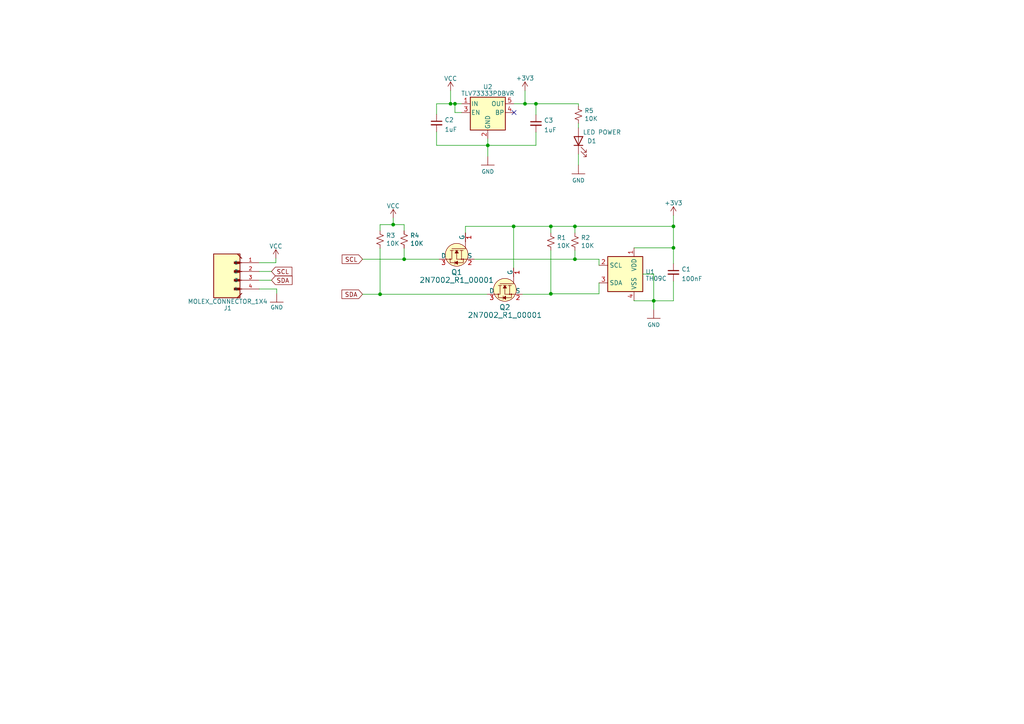
<source format=kicad_sch>
(kicad_sch (version 20230121) (generator eeschema)

  (uuid 748cece8-3cf8-451a-b132-29c300f2e767)

  (paper "A4")

  (title_block
    (title "TH09C")
    (company "BOARDOZA YUNUS BEKAR")
  )

  (lib_symbols
    (symbol "Device:C_Small" (pin_numbers hide) (pin_names (offset 0.254) hide) (in_bom yes) (on_board yes)
      (property "Reference" "C" (at 0.254 1.778 0)
        (effects (font (size 1.27 1.27)) (justify left))
      )
      (property "Value" "C_Small" (at 0.254 -2.032 0)
        (effects (font (size 1.27 1.27)) (justify left))
      )
      (property "Footprint" "" (at 0 0 0)
        (effects (font (size 1.27 1.27)) hide)
      )
      (property "Datasheet" "~" (at 0 0 0)
        (effects (font (size 1.27 1.27)) hide)
      )
      (property "ki_keywords" "capacitor cap" (at 0 0 0)
        (effects (font (size 1.27 1.27)) hide)
      )
      (property "ki_description" "Unpolarized capacitor, small symbol" (at 0 0 0)
        (effects (font (size 1.27 1.27)) hide)
      )
      (property "ki_fp_filters" "C_*" (at 0 0 0)
        (effects (font (size 1.27 1.27)) hide)
      )
      (symbol "C_Small_0_1"
        (polyline
          (pts
            (xy -1.524 -0.508)
            (xy 1.524 -0.508)
          )
          (stroke (width 0.3302) (type default))
          (fill (type none))
        )
        (polyline
          (pts
            (xy -1.524 0.508)
            (xy 1.524 0.508)
          )
          (stroke (width 0.3048) (type default))
          (fill (type none))
        )
      )
      (symbol "C_Small_1_1"
        (pin passive line (at 0 2.54 270) (length 2.032)
          (name "~" (effects (font (size 1.27 1.27))))
          (number "1" (effects (font (size 1.27 1.27))))
        )
        (pin passive line (at 0 -2.54 90) (length 2.032)
          (name "~" (effects (font (size 1.27 1.27))))
          (number "2" (effects (font (size 1.27 1.27))))
        )
      )
    )
    (symbol "Device:LED" (pin_numbers hide) (pin_names (offset 1.016) hide) (in_bom yes) (on_board yes)
      (property "Reference" "D" (at 0 2.54 0)
        (effects (font (size 1.27 1.27)))
      )
      (property "Value" "LED" (at 0 -2.54 0)
        (effects (font (size 1.27 1.27)))
      )
      (property "Footprint" "" (at 0 0 0)
        (effects (font (size 1.27 1.27)) hide)
      )
      (property "Datasheet" "~" (at 0 0 0)
        (effects (font (size 1.27 1.27)) hide)
      )
      (property "ki_keywords" "LED diode" (at 0 0 0)
        (effects (font (size 1.27 1.27)) hide)
      )
      (property "ki_description" "Light emitting diode" (at 0 0 0)
        (effects (font (size 1.27 1.27)) hide)
      )
      (property "ki_fp_filters" "LED* LED_SMD:* LED_THT:*" (at 0 0 0)
        (effects (font (size 1.27 1.27)) hide)
      )
      (symbol "LED_0_1"
        (polyline
          (pts
            (xy -1.27 -1.27)
            (xy -1.27 1.27)
          )
          (stroke (width 0.254) (type default))
          (fill (type none))
        )
        (polyline
          (pts
            (xy -1.27 0)
            (xy 1.27 0)
          )
          (stroke (width 0) (type default))
          (fill (type none))
        )
        (polyline
          (pts
            (xy 1.27 -1.27)
            (xy 1.27 1.27)
            (xy -1.27 0)
            (xy 1.27 -1.27)
          )
          (stroke (width 0.254) (type default))
          (fill (type none))
        )
        (polyline
          (pts
            (xy -3.048 -0.762)
            (xy -4.572 -2.286)
            (xy -3.81 -2.286)
            (xy -4.572 -2.286)
            (xy -4.572 -1.524)
          )
          (stroke (width 0) (type default))
          (fill (type none))
        )
        (polyline
          (pts
            (xy -1.778 -0.762)
            (xy -3.302 -2.286)
            (xy -2.54 -2.286)
            (xy -3.302 -2.286)
            (xy -3.302 -1.524)
          )
          (stroke (width 0) (type default))
          (fill (type none))
        )
      )
      (symbol "LED_1_1"
        (pin passive line (at -3.81 0 0) (length 2.54)
          (name "K" (effects (font (size 1.27 1.27))))
          (number "1" (effects (font (size 1.27 1.27))))
        )
        (pin passive line (at 3.81 0 180) (length 2.54)
          (name "A" (effects (font (size 1.27 1.27))))
          (number "2" (effects (font (size 1.27 1.27))))
        )
      )
    )
    (symbol "Device:R_Small_US" (pin_numbers hide) (pin_names (offset 0.254) hide) (in_bom yes) (on_board yes)
      (property "Reference" "R" (at 0.762 0.508 0)
        (effects (font (size 1.27 1.27)) (justify left))
      )
      (property "Value" "R_Small_US" (at 0.762 -1.016 0)
        (effects (font (size 1.27 1.27)) (justify left))
      )
      (property "Footprint" "" (at 0 0 0)
        (effects (font (size 1.27 1.27)) hide)
      )
      (property "Datasheet" "~" (at 0 0 0)
        (effects (font (size 1.27 1.27)) hide)
      )
      (property "ki_keywords" "r resistor" (at 0 0 0)
        (effects (font (size 1.27 1.27)) hide)
      )
      (property "ki_description" "Resistor, small US symbol" (at 0 0 0)
        (effects (font (size 1.27 1.27)) hide)
      )
      (property "ki_fp_filters" "R_*" (at 0 0 0)
        (effects (font (size 1.27 1.27)) hide)
      )
      (symbol "R_Small_US_1_1"
        (polyline
          (pts
            (xy 0 0)
            (xy 1.016 -0.381)
            (xy 0 -0.762)
            (xy -1.016 -1.143)
            (xy 0 -1.524)
          )
          (stroke (width 0) (type default))
          (fill (type none))
        )
        (polyline
          (pts
            (xy 0 1.524)
            (xy 1.016 1.143)
            (xy 0 0.762)
            (xy -1.016 0.381)
            (xy 0 0)
          )
          (stroke (width 0) (type default))
          (fill (type none))
        )
        (pin passive line (at 0 2.54 270) (length 1.016)
          (name "~" (effects (font (size 1.27 1.27))))
          (number "1" (effects (font (size 1.27 1.27))))
        )
        (pin passive line (at 0 -2.54 90) (length 1.016)
          (name "~" (effects (font (size 1.27 1.27))))
          (number "2" (effects (font (size 1.27 1.27))))
        )
      )
    )
    (symbol "MOLEX_22035045:22035045" (pin_names (offset 1.016)) (in_bom yes) (on_board yes)
      (property "Reference" "J" (at 0 6.35 0)
        (effects (font (size 1.27 1.27)) (justify left bottom))
      )
      (property "Value" "22035045" (at 0 -10.16 0)
        (effects (font (size 1.27 1.27)) (justify left bottom))
      )
      (property "Footprint" "22035045:MOLEX_22035045" (at 0 0 0)
        (effects (font (size 1.27 1.27)) (justify bottom) hide)
      )
      (property "Datasheet" "" (at 0 0 0)
        (effects (font (size 1.27 1.27)) hide)
      )
      (property "MF" "Molex" (at 0 0 0)
        (effects (font (size 1.27 1.27)) (justify bottom) hide)
      )
      (property "MAXIMUM_PACKAGE_HEIGHT" "5.9 mm" (at 0 0 0)
        (effects (font (size 1.27 1.27)) (justify bottom) hide)
      )
      (property "Package" "None" (at 0 0 0)
        (effects (font (size 1.27 1.27)) (justify bottom) hide)
      )
      (property "Price" "None" (at 0 0 0)
        (effects (font (size 1.27 1.27)) (justify bottom) hide)
      )
      (property "Check_prices" "https://www.snapeda.com/parts/22035045/Molex/view-part/?ref=eda" (at 0 0 0)
        (effects (font (size 1.27 1.27)) (justify bottom) hide)
      )
      (property "STANDARD" "Manufacturer Recommendations" (at 0 0 0)
        (effects (font (size 1.27 1.27)) (justify bottom) hide)
      )
      (property "PARTREV" "A" (at 0 0 0)
        (effects (font (size 1.27 1.27)) (justify bottom) hide)
      )
      (property "SnapEDA_Link" "https://www.snapeda.com/parts/22035045/Molex/view-part/?ref=snap" (at 0 0 0)
        (effects (font (size 1.27 1.27)) (justify bottom) hide)
      )
      (property "MP" "22035045" (at 0 0 0)
        (effects (font (size 1.27 1.27)) (justify bottom) hide)
      )
      (property "Description" "\nConnector Header Through Hole 4 position 0.098 (2.50mm)\n" (at 0 0 0)
        (effects (font (size 1.27 1.27)) (justify bottom) hide)
      )
      (property "Availability" "In Stock" (at 0 0 0)
        (effects (font (size 1.27 1.27)) (justify bottom) hide)
      )
      (property "MANUFACTURER" "Molex" (at 0 0 0)
        (effects (font (size 1.27 1.27)) (justify bottom) hide)
      )
      (symbol "22035045_0_0"
        (polyline
          (pts
            (xy 0 -6.35)
            (xy 1.27 -7.62)
          )
          (stroke (width 0.254) (type default))
          (fill (type none))
        )
        (polyline
          (pts
            (xy 0 -5.08)
            (xy 1.905 -5.08)
          )
          (stroke (width 0.254) (type default))
          (fill (type none))
        )
        (polyline
          (pts
            (xy 0 -2.54)
            (xy 1.905 -2.54)
          )
          (stroke (width 0.254) (type default))
          (fill (type none))
        )
        (polyline
          (pts
            (xy 0 0)
            (xy 1.905 0)
          )
          (stroke (width 0.254) (type default))
          (fill (type none))
        )
        (polyline
          (pts
            (xy 0 2.54)
            (xy 1.905 2.54)
          )
          (stroke (width 0.254) (type default))
          (fill (type none))
        )
        (polyline
          (pts
            (xy 1.27 5.08)
            (xy 0 3.81)
          )
          (stroke (width 0.254) (type default))
          (fill (type none))
        )
        (rectangle (start 0.4989 -7.62) (end 8.1189 5.08)
          (stroke (width 0.254) (type default))
          (fill (type background))
        )
        (rectangle (start 0.635 -5.3975) (end 2.2225 -4.7625)
          (stroke (width 0.1) (type default))
          (fill (type outline))
        )
        (rectangle (start 0.635 -2.8575) (end 2.2225 -2.2225)
          (stroke (width 0.1) (type default))
          (fill (type outline))
        )
        (rectangle (start 0.635 -0.3175) (end 2.2225 0.3175)
          (stroke (width 0.1) (type default))
          (fill (type outline))
        )
        (rectangle (start 0.635 2.2225) (end 2.2225 2.8575)
          (stroke (width 0.1) (type default))
          (fill (type outline))
        )
        (pin passive line (at -5.08 2.54 0) (length 5.08)
          (name "1" (effects (font (size 1.016 1.016))))
          (number "1" (effects (font (size 1.016 1.016))))
        )
        (pin passive line (at -5.08 0 0) (length 5.08)
          (name "2" (effects (font (size 1.016 1.016))))
          (number "2" (effects (font (size 1.016 1.016))))
        )
        (pin passive line (at -5.08 -2.54 0) (length 5.08)
          (name "3" (effects (font (size 1.016 1.016))))
          (number "3" (effects (font (size 1.016 1.016))))
        )
        (pin passive line (at -5.08 -5.08 0) (length 5.08)
          (name "4" (effects (font (size 1.016 1.016))))
          (number "4" (effects (font (size 1.016 1.016))))
        )
      )
    )
    (symbol "Regulator_Linear:AP131-33" (pin_names (offset 0.254)) (in_bom yes) (on_board yes)
      (property "Reference" "U" (at -3.81 5.715 0)
        (effects (font (size 1.27 1.27)))
      )
      (property "Value" "AP131-33" (at 0 5.715 0)
        (effects (font (size 1.27 1.27)) (justify left))
      )
      (property "Footprint" "Package_TO_SOT_SMD:SOT-23-5" (at 0 8.255 0)
        (effects (font (size 1.27 1.27)) hide)
      )
      (property "Datasheet" "http://www.diodes.com/_files/datasheets/AP131.pdf" (at 0 0 0)
        (effects (font (size 1.27 1.27)) hide)
      )
      (property "ki_keywords" "linear regulator ldo fixed positive" (at 0 0 0)
        (effects (font (size 1.27 1.27)) hide)
      )
      (property "ki_description" "300mA low dropout linear regulator, shutdown pin, 3.3V fixed positive output, SOT-23-5" (at 0 0 0)
        (effects (font (size 1.27 1.27)) hide)
      )
      (property "ki_fp_filters" "SOT?23*" (at 0 0 0)
        (effects (font (size 1.27 1.27)) hide)
      )
      (symbol "AP131-33_0_1"
        (rectangle (start -5.08 4.445) (end 5.08 -5.08)
          (stroke (width 0.254) (type default))
          (fill (type background))
        )
      )
      (symbol "AP131-33_1_1"
        (pin power_in line (at -7.62 2.54 0) (length 2.54)
          (name "IN" (effects (font (size 1.27 1.27))))
          (number "1" (effects (font (size 1.27 1.27))))
        )
        (pin power_in line (at 0 -7.62 90) (length 2.54)
          (name "GND" (effects (font (size 1.27 1.27))))
          (number "2" (effects (font (size 1.27 1.27))))
        )
        (pin input line (at -7.62 0 0) (length 2.54)
          (name "EN" (effects (font (size 1.27 1.27))))
          (number "3" (effects (font (size 1.27 1.27))))
        )
        (pin input line (at 7.62 0 180) (length 2.54)
          (name "BP" (effects (font (size 1.27 1.27))))
          (number "4" (effects (font (size 1.27 1.27))))
        )
        (pin power_out line (at 7.62 2.54 180) (length 2.54)
          (name "OUT" (effects (font (size 1.27 1.27))))
          (number "5" (effects (font (size 1.27 1.27))))
        )
      )
    )
    (symbol "SparkFun-PowerSymbols:GND" (power) (pin_numbers hide) (pin_names (offset 1.016) hide) (in_bom yes) (on_board yes)
      (property "Reference" "#GND" (at 1.27 -1.27 0)
        (effects (font (size 1.143 1.143)) (justify left bottom) hide)
      )
      (property "Value" "GND" (at -1.778 -5.08 0)
        (effects (font (size 1.143 1.143)) (justify left bottom))
      )
      (property "Footprint" "" (at 0 -2.54 0)
        (effects (font (size 1.524 1.524)) hide)
      )
      (property "Datasheet" "" (at 0 -2.54 0)
        (effects (font (size 1.524 1.524)) hide)
      )
      (property "ki_locked" "" (at 0 0 0)
        (effects (font (size 1.27 1.27)))
      )
      (property "ki_keywords" "PROD_ID:XXX-00000" (at 0 0 0)
        (effects (font (size 1.27 1.27)) hide)
      )
      (property "ki_description" "Ground Supply Symbol Generic signal ground supply symbol." (at 0 0 0)
        (effects (font (size 1.27 1.27)) hide)
      )
      (symbol "GND_1_0"
        (polyline
          (pts
            (xy -1.905 -2.54)
            (xy 1.905 -2.54)
          )
          (stroke (width 0) (type default))
          (fill (type none))
        )
        (polyline
          (pts
            (xy 0 0)
            (xy 0 -2.54)
          )
          (stroke (width 0) (type default))
          (fill (type none))
        )
      )
      (symbol "GND_1_1"
        (pin power_in line (at 0 0 270) (length 0) hide
          (name "GND" (effects (font (size 1.016 1.016))))
          (number "~" (effects (font (size 1.016 1.016))))
        )
      )
    )
    (symbol "TH09C:TH09C" (in_bom yes) (on_board yes)
      (property "Reference" "U1" (at 5.842 0.6437 0)
        (effects (font (size 1.27 1.27)) (justify left))
      )
      (property "Value" "TH09C" (at 5.842 -1.2773 0)
        (effects (font (size 1.27 1.27)) (justify left))
      )
      (property "Footprint" "TH09C:TH09C" (at 5.08 -8.89 0)
        (effects (font (size 1.27 1.27)) hide)
      )
      (property "Datasheet" "https://www.sensirion.com/fileadmin/user_upload/customers/sensirion/Dokumente/0_Datasheets/Humidity/Sensirion_Humidity_Sensors_SHTC3_Datasheet.pdf" (at -7.62 11.43 0)
        (effects (font (size 1.27 1.27)) hide)
      )
      (property "ki_keywords" "Sensirion environment environmental measurement digital" (at 0 0 0)
        (effects (font (size 1.27 1.27)) hide)
      )
      (property "ki_description" "Humidity and Temperature Sensor, +/-2%RH, +/-0.2degC, I2C, 1.62-3.6V, DFN-4" (at 0 0 0)
        (effects (font (size 1.27 1.27)) hide)
      )
      (property "ki_fp_filters" "Sensirion*DFN*1EP*2x2mm*P1mm*EP0.7x1.6mm*" (at 0 0 0)
        (effects (font (size 1.27 1.27)) hide)
      )
      (symbol "TH09C_1_1"
        (rectangle (start -5.08 5.08) (end 5.08 -5.08)
          (stroke (width 0.254) (type default))
          (fill (type background))
        )
        (pin power_in line (at 2.54 7.62 270) (length 2.54)
          (name "VDD" (effects (font (size 1.27 1.27))))
          (number "1" (effects (font (size 1.27 1.27))))
        )
        (pin input line (at -7.62 2.54 0) (length 2.54)
          (name "SCL" (effects (font (size 1.27 1.27))))
          (number "2" (effects (font (size 1.27 1.27))))
        )
        (pin bidirectional line (at -7.62 -2.54 0) (length 2.54)
          (name "SDA" (effects (font (size 1.27 1.27))))
          (number "3" (effects (font (size 1.27 1.27))))
        )
        (pin power_in line (at 2.54 -7.62 90) (length 2.54)
          (name "VSS" (effects (font (size 1.27 1.27))))
          (number "4" (effects (font (size 1.27 1.27))))
        )
        (pin power_in line (at 5.08 0 180) (length 2.54) hide
          (name "NC" (effects (font (size 1.27 1.27))))
          (number "5" (effects (font (size 1.27 1.27))))
        )
      )
    )
    (symbol "dk_Transistors-FETs-MOSFETs-Single:2N7002-7-F" (pin_names (offset 0)) (in_bom yes) (on_board yes)
      (property "Reference" "Q" (at -2.6924 3.6322 0)
        (effects (font (size 1.524 1.524)) (justify right))
      )
      (property "Value" "2N7002-7-F" (at 3.4544 0 90)
        (effects (font (size 1.524 1.524)))
      )
      (property "Footprint" "digikey-footprints:SOT-23-3" (at 5.08 5.08 0)
        (effects (font (size 1.524 1.524)) (justify left) hide)
      )
      (property "Datasheet" "https://www.diodes.com/assets/Datasheets/ds11303.pdf" (at 5.08 7.62 0)
        (effects (font (size 1.524 1.524)) (justify left) hide)
      )
      (property "Digi-Key_PN" "2N7002-FDICT-ND" (at 5.08 10.16 0)
        (effects (font (size 1.524 1.524)) (justify left) hide)
      )
      (property "MPN" "2N7002-7-F" (at 5.08 12.7 0)
        (effects (font (size 1.524 1.524)) (justify left) hide)
      )
      (property "Category" "Discrete Semiconductor Products" (at 5.08 15.24 0)
        (effects (font (size 1.524 1.524)) (justify left) hide)
      )
      (property "Family" "Transistors - FETs, MOSFETs - Single" (at 5.08 17.78 0)
        (effects (font (size 1.524 1.524)) (justify left) hide)
      )
      (property "DK_Datasheet_Link" "https://www.diodes.com/assets/Datasheets/ds11303.pdf" (at 5.08 20.32 0)
        (effects (font (size 1.524 1.524)) (justify left) hide)
      )
      (property "DK_Detail_Page" "/product-detail/en/diodes-incorporated/2N7002-7-F/2N7002-FDICT-ND/717800" (at 5.08 22.86 0)
        (effects (font (size 1.524 1.524)) (justify left) hide)
      )
      (property "Description" "MOSFET N-CH 60V 115MA SOT23-3" (at 5.08 25.4 0)
        (effects (font (size 1.524 1.524)) (justify left) hide)
      )
      (property "Manufacturer" "Diodes Incorporated" (at 5.08 27.94 0)
        (effects (font (size 1.524 1.524)) (justify left) hide)
      )
      (property "Status" "Active" (at 5.08 30.48 0)
        (effects (font (size 1.524 1.524)) (justify left) hide)
      )
      (property "ki_keywords" "2N7002-FDICT-ND" (at 0 0 0)
        (effects (font (size 1.27 1.27)) hide)
      )
      (property "ki_description" "MOSFET N-CH 60V 115MA SOT23-3" (at 0 0 0)
        (effects (font (size 1.27 1.27)) hide)
      )
      (symbol "2N7002-7-F_0_1"
        (circle (center -1.27 0) (radius 3.302)
          (stroke (width 0) (type solid))
          (fill (type background))
        )
        (circle (center 0 -1.905) (radius 0.127)
          (stroke (width 0) (type solid))
          (fill (type none))
        )
        (circle (center 0 -1.397) (radius 0.127)
          (stroke (width 0) (type solid))
          (fill (type none))
        )
        (polyline
          (pts
            (xy 0 -1.397)
            (xy -2.54 -1.397)
          )
          (stroke (width 0) (type solid))
          (fill (type none))
        )
        (polyline
          (pts
            (xy -5.08 -2.54)
            (xy -3.048 -2.54)
            (xy -3.048 1.397)
          )
          (stroke (width 0) (type solid))
          (fill (type none))
        )
        (polyline
          (pts
            (xy 0 -2.54)
            (xy 0 0)
            (xy -2.54 0)
          )
          (stroke (width 0) (type solid))
          (fill (type none))
        )
        (polyline
          (pts
            (xy 0 2.54)
            (xy 0 1.397)
            (xy -2.54 1.397)
          )
          (stroke (width 0) (type solid))
          (fill (type none))
        )
        (polyline
          (pts
            (xy -0.127 -1.905)
            (xy 1.016 -1.905)
            (xy 1.016 1.397)
            (xy 1.016 1.905)
            (xy -0.127 1.905)
          )
          (stroke (width 0) (type solid))
          (fill (type none))
        )
        (circle (center 0 1.905) (radius 0.127)
          (stroke (width 0) (type solid))
          (fill (type none))
        )
      )
      (symbol "2N7002-7-F_1_1"
        (polyline
          (pts
            (xy -2.54 -1.397)
            (xy -2.54 -1.905)
          )
          (stroke (width 0) (type solid))
          (fill (type none))
        )
        (polyline
          (pts
            (xy -2.54 -1.397)
            (xy -2.54 -0.889)
          )
          (stroke (width 0) (type solid))
          (fill (type none))
        )
        (polyline
          (pts
            (xy -2.54 0)
            (xy -2.54 -0.508)
          )
          (stroke (width 0) (type solid))
          (fill (type none))
        )
        (polyline
          (pts
            (xy -2.54 0)
            (xy -2.54 0.508)
          )
          (stroke (width 0) (type solid))
          (fill (type none))
        )
        (polyline
          (pts
            (xy -2.54 1.905)
            (xy -2.54 0.889)
          )
          (stroke (width 0) (type solid))
          (fill (type none))
        )
        (polyline
          (pts
            (xy 1.524 0.508)
            (xy 0.508 0.508)
          )
          (stroke (width 0) (type solid))
          (fill (type none))
        )
        (polyline
          (pts
            (xy -2.54 0)
            (xy -1.778 0.508)
            (xy -1.778 -0.508)
            (xy -2.54 0)
          )
          (stroke (width 0) (type solid))
          (fill (type outline))
        )
        (polyline
          (pts
            (xy 1.016 0.508)
            (xy 0.508 -0.254)
            (xy 1.524 -0.254)
            (xy 1.016 0.508)
          )
          (stroke (width 0) (type solid))
          (fill (type outline))
        )
        (pin bidirectional line (at -7.62 -2.54 0) (length 2.54)
          (name "G" (effects (font (size 1.27 1.27))))
          (number "1" (effects (font (size 1.27 1.27))))
        )
        (pin bidirectional line (at 0 -5.08 90) (length 2.54)
          (name "S" (effects (font (size 1.27 1.27))))
          (number "2" (effects (font (size 1.27 1.27))))
        )
        (pin bidirectional line (at 0 5.08 270) (length 2.54)
          (name "D" (effects (font (size 1.27 1.27))))
          (number "3" (effects (font (size 1.27 1.27))))
        )
      )
    )
    (symbol "power:+3V3" (power) (pin_names (offset 0)) (in_bom yes) (on_board yes)
      (property "Reference" "#PWR" (at 0 -3.81 0)
        (effects (font (size 1.27 1.27)) hide)
      )
      (property "Value" "+3V3" (at 0 3.556 0)
        (effects (font (size 1.27 1.27)))
      )
      (property "Footprint" "" (at 0 0 0)
        (effects (font (size 1.27 1.27)) hide)
      )
      (property "Datasheet" "" (at 0 0 0)
        (effects (font (size 1.27 1.27)) hide)
      )
      (property "ki_keywords" "power-flag" (at 0 0 0)
        (effects (font (size 1.27 1.27)) hide)
      )
      (property "ki_description" "Power symbol creates a global label with name \"+3V3\"" (at 0 0 0)
        (effects (font (size 1.27 1.27)) hide)
      )
      (symbol "+3V3_0_1"
        (polyline
          (pts
            (xy -0.762 1.27)
            (xy 0 2.54)
          )
          (stroke (width 0) (type default))
          (fill (type none))
        )
        (polyline
          (pts
            (xy 0 0)
            (xy 0 2.54)
          )
          (stroke (width 0) (type default))
          (fill (type none))
        )
        (polyline
          (pts
            (xy 0 2.54)
            (xy 0.762 1.27)
          )
          (stroke (width 0) (type default))
          (fill (type none))
        )
      )
      (symbol "+3V3_1_1"
        (pin power_in line (at 0 0 90) (length 0) hide
          (name "+3V3" (effects (font (size 1.27 1.27))))
          (number "1" (effects (font (size 1.27 1.27))))
        )
      )
    )
    (symbol "power:VCC" (power) (pin_names (offset 0)) (in_bom yes) (on_board yes)
      (property "Reference" "#PWR" (at 0 -3.81 0)
        (effects (font (size 1.27 1.27)) hide)
      )
      (property "Value" "VCC" (at 0 3.81 0)
        (effects (font (size 1.27 1.27)))
      )
      (property "Footprint" "" (at 0 0 0)
        (effects (font (size 1.27 1.27)) hide)
      )
      (property "Datasheet" "" (at 0 0 0)
        (effects (font (size 1.27 1.27)) hide)
      )
      (property "ki_keywords" "global power" (at 0 0 0)
        (effects (font (size 1.27 1.27)) hide)
      )
      (property "ki_description" "Power symbol creates a global label with name \"VCC\"" (at 0 0 0)
        (effects (font (size 1.27 1.27)) hide)
      )
      (symbol "VCC_0_1"
        (polyline
          (pts
            (xy -0.762 1.27)
            (xy 0 2.54)
          )
          (stroke (width 0) (type default))
          (fill (type none))
        )
        (polyline
          (pts
            (xy 0 0)
            (xy 0 2.54)
          )
          (stroke (width 0) (type default))
          (fill (type none))
        )
        (polyline
          (pts
            (xy 0 2.54)
            (xy 0.762 1.27)
          )
          (stroke (width 0) (type default))
          (fill (type none))
        )
      )
      (symbol "VCC_1_1"
        (pin power_in line (at 0 0 90) (length 0) hide
          (name "VCC" (effects (font (size 1.27 1.27))))
          (number "1" (effects (font (size 1.27 1.27))))
        )
      )
    )
  )

  (junction (at 195.326 71.882) (diameter 0) (color 0 0 0 0)
    (uuid 00df82fd-2cf9-4c85-9bfd-dfae1e08af06)
  )
  (junction (at 130.683 30.099) (diameter 0) (color 0 0 0 0)
    (uuid 262c3365-5887-4a51-bc79-f8e98fb582b9)
  )
  (junction (at 155.448 30.099) (diameter 0) (color 0 0 0 0)
    (uuid 271bdcee-aa05-48c5-88dc-ab4582958dbf)
  )
  (junction (at 159.766 85.217) (diameter 0) (color 0 0 0 0)
    (uuid 27367ce6-69c5-40db-a7d6-60f335791897)
  )
  (junction (at 189.611 87.249) (diameter 0) (color 0 0 0 0)
    (uuid 374faace-ed9a-41eb-aafd-85869d9a70f7)
  )
  (junction (at 114.046 65.151) (diameter 0) (color 0 0 0 0)
    (uuid 4f3e954b-3432-4ff4-b7a7-5020cdd875b9)
  )
  (junction (at 166.751 75.184) (diameter 0) (color 0 0 0 0)
    (uuid 542d0a7d-b9b8-422e-9bfa-cd380bac46cd)
  )
  (junction (at 159.766 65.659) (diameter 0) (color 0 0 0 0)
    (uuid 5ebe5779-6a95-48a4-8796-509288a4d0d2)
  )
  (junction (at 110.236 85.344) (diameter 0) (color 0 0 0 0)
    (uuid 5fb7ce8b-af55-4db8-be2d-2a24cc399fca)
  )
  (junction (at 117.221 75.184) (diameter 0) (color 0 0 0 0)
    (uuid 62451fc8-0409-4256-8a26-8f7e3ccf097a)
  )
  (junction (at 148.971 65.659) (diameter 0) (color 0 0 0 0)
    (uuid 797d0ea7-0b13-4ea3-bad8-6cc8ad3b8ef1)
  )
  (junction (at 166.751 65.659) (diameter 0) (color 0 0 0 0)
    (uuid 8e82d84d-af8b-424c-881c-08ad53a96a71)
  )
  (junction (at 131.953 30.099) (diameter 0) (color 0 0 0 0)
    (uuid a99aa5f8-8108-4f8e-8647-d49ee6c2d0f7)
  )
  (junction (at 152.273 30.099) (diameter 0) (color 0 0 0 0)
    (uuid b572f98a-319e-4736-911a-778a6d4562e0)
  )
  (junction (at 195.326 65.659) (diameter 0) (color 0 0 0 0)
    (uuid c07ba0f8-8493-466a-b25e-9b666adc8286)
  )
  (junction (at 141.478 42.164) (diameter 0) (color 0 0 0 0)
    (uuid d8cce005-92b0-4767-84b4-43e6176b00f9)
  )

  (no_connect (at 149.098 32.639) (uuid 6227c805-cf93-49d3-a801-98f0fd248a18))

  (wire (pts (xy 126.619 42.164) (xy 126.619 38.227))
    (stroke (width 0) (type default))
    (uuid 022a365c-306f-4a62-8d24-151c99f8279e)
  )
  (wire (pts (xy 127.381 75.184) (xy 117.221 75.184))
    (stroke (width 0) (type default))
    (uuid 03b5fdaf-1f0e-45c6-b910-0255a9b24386)
  )
  (wire (pts (xy 189.611 89.789) (xy 189.611 87.249))
    (stroke (width 0) (type default))
    (uuid 08957764-fa5d-4194-8244-868736ec6c7d)
  )
  (wire (pts (xy 148.971 65.659) (xy 159.766 65.659))
    (stroke (width 0) (type default))
    (uuid 0d3d79ed-17ab-44fc-aaa7-2e1c04cf8ecd)
  )
  (wire (pts (xy 195.326 62.484) (xy 195.326 65.659))
    (stroke (width 0) (type default))
    (uuid 0f32a0bc-ff18-4861-9984-c646d0bf8854)
  )
  (wire (pts (xy 173.736 75.184) (xy 173.736 76.962))
    (stroke (width 0) (type default))
    (uuid 12b6cfa3-7d17-4630-88fc-a53cd30470b8)
  )
  (wire (pts (xy 114.046 63.246) (xy 114.046 65.151))
    (stroke (width 0) (type default))
    (uuid 19f5d973-f556-4a59-99e4-c814dfd9b160)
  )
  (wire (pts (xy 195.326 81.534) (xy 195.326 87.249))
    (stroke (width 0) (type default))
    (uuid 1ec77724-40a1-44d2-9ca1-bdf29e4dfe9b)
  )
  (wire (pts (xy 80.01 76.2) (xy 80.01 74.93))
    (stroke (width 0) (type default))
    (uuid 26569ad2-13fb-4c7b-a916-b97a59ab2bd9)
  )
  (wire (pts (xy 80.264 85.09) (xy 80.264 83.82))
    (stroke (width 0) (type default))
    (uuid 279491b0-9ede-4ebd-9a22-8edf2f32c8a0)
  )
  (wire (pts (xy 131.953 30.099) (xy 133.858 30.099))
    (stroke (width 0) (type default))
    (uuid 2ad89619-09ba-4d0e-8590-e27c6cec4c09)
  )
  (wire (pts (xy 159.766 85.344) (xy 159.766 85.217))
    (stroke (width 0) (type default))
    (uuid 2c88dcb2-745d-4fe1-9030-ad7035bf7505)
  )
  (wire (pts (xy 75.184 81.28) (xy 78.74 81.28))
    (stroke (width 0) (type default))
    (uuid 3180f1ed-81df-4a74-8ecb-caf1484c1ffb)
  )
  (wire (pts (xy 195.326 87.249) (xy 189.611 87.249))
    (stroke (width 0) (type default))
    (uuid 3a2eb182-0573-41df-b6d7-d334a94be089)
  )
  (wire (pts (xy 110.236 66.929) (xy 110.236 65.151))
    (stroke (width 0) (type default))
    (uuid 3b30cd77-f0ed-49b8-ac79-1b1b894f9b2c)
  )
  (wire (pts (xy 135.001 65.659) (xy 148.971 65.659))
    (stroke (width 0) (type default))
    (uuid 42c4bded-561c-4a34-ad23-7ab554384173)
  )
  (wire (pts (xy 155.448 30.099) (xy 167.767 30.099))
    (stroke (width 0) (type default))
    (uuid 44459d76-aeb8-4c62-a6b6-6c5303db0317)
  )
  (wire (pts (xy 166.751 65.659) (xy 166.751 67.564))
    (stroke (width 0) (type default))
    (uuid 49185a53-b403-4ad6-9aa4-c3f5ed1cc456)
  )
  (wire (pts (xy 130.683 30.099) (xy 131.953 30.099))
    (stroke (width 0) (type default))
    (uuid 4ac12922-b602-4cd3-9eeb-31a96d52847a)
  )
  (wire (pts (xy 159.766 85.217) (xy 173.736 85.217))
    (stroke (width 0) (type default))
    (uuid 4f5bf2be-67ca-415f-ae00-0573bc76d5f7)
  )
  (wire (pts (xy 137.541 75.184) (xy 166.751 75.184))
    (stroke (width 0) (type default))
    (uuid 504e8486-246e-4a64-a0eb-665872b1a53b)
  )
  (wire (pts (xy 130.683 26.289) (xy 130.683 30.099))
    (stroke (width 0) (type default))
    (uuid 52df195b-344d-4ce6-82a5-63e6be06f22f)
  )
  (wire (pts (xy 110.236 85.344) (xy 141.351 85.344))
    (stroke (width 0) (type default))
    (uuid 54d818f0-d0e0-48e1-bbc8-5f61c0fce743)
  )
  (wire (pts (xy 135.001 65.659) (xy 135.001 67.564))
    (stroke (width 0) (type default))
    (uuid 585dd997-99e5-49d2-84da-926248f990fb)
  )
  (wire (pts (xy 110.236 72.009) (xy 110.236 85.344))
    (stroke (width 0) (type default))
    (uuid 5c656290-56dc-4cff-9a8d-d137e909f07f)
  )
  (wire (pts (xy 155.448 33.274) (xy 155.448 30.099))
    (stroke (width 0) (type default))
    (uuid 5cffb33c-9d8c-481c-a074-ac04351111b0)
  )
  (wire (pts (xy 183.896 71.882) (xy 195.326 71.882))
    (stroke (width 0) (type default))
    (uuid 5dc19aad-6927-44b2-b52b-f50364531028)
  )
  (wire (pts (xy 110.236 65.151) (xy 114.046 65.151))
    (stroke (width 0) (type default))
    (uuid 60f699fa-5bca-4912-b991-1036ad3fa5ae)
  )
  (wire (pts (xy 133.858 32.639) (xy 131.953 32.639))
    (stroke (width 0) (type default))
    (uuid 6af117f4-7799-4d16-90f3-4473f28070cd)
  )
  (wire (pts (xy 141.478 40.259) (xy 141.478 42.164))
    (stroke (width 0) (type default))
    (uuid 71bce0f9-a70a-415f-8afe-c7ca22e7b00a)
  )
  (wire (pts (xy 148.971 65.659) (xy 148.971 77.724))
    (stroke (width 0) (type default))
    (uuid 78046516-d814-4023-b986-f2a90da5ed55)
  )
  (wire (pts (xy 167.767 30.099) (xy 167.767 30.734))
    (stroke (width 0) (type default))
    (uuid 79ecdabd-3c88-4064-bc10-8dbcc2ef32cb)
  )
  (wire (pts (xy 189.611 87.249) (xy 183.896 87.249))
    (stroke (width 0) (type default))
    (uuid 7bedcadf-563a-4ce2-a29e-a2215f77ba71)
  )
  (wire (pts (xy 159.766 65.659) (xy 159.766 67.564))
    (stroke (width 0) (type default))
    (uuid 7e126230-c12d-4a68-a78a-5b3ae4d2e2d4)
  )
  (wire (pts (xy 167.767 44.704) (xy 167.767 47.879))
    (stroke (width 0) (type default))
    (uuid 80c351d3-4ac9-460e-9d62-bbae557eb65d)
  )
  (wire (pts (xy 117.221 66.929) (xy 117.221 65.151))
    (stroke (width 0) (type default))
    (uuid 8b1faa30-fc50-4679-8b84-45824edae26e)
  )
  (wire (pts (xy 141.478 42.164) (xy 155.448 42.164))
    (stroke (width 0) (type default))
    (uuid 8b48287f-8a8f-4a44-a0f0-8629742eb97a)
  )
  (wire (pts (xy 152.273 26.289) (xy 152.273 30.099))
    (stroke (width 0) (type default))
    (uuid 90768635-5e9c-40bb-b9dc-fa4c43ac6699)
  )
  (wire (pts (xy 75.184 76.2) (xy 80.01 76.2))
    (stroke (width 0) (type default))
    (uuid 94c4e8d1-1d85-4483-89e2-ef6bedbe5d23)
  )
  (wire (pts (xy 105.156 85.344) (xy 110.236 85.344))
    (stroke (width 0) (type default))
    (uuid 9679f7ee-2bb7-44ad-8706-3e070be67a54)
  )
  (wire (pts (xy 117.221 72.009) (xy 117.221 75.184))
    (stroke (width 0) (type default))
    (uuid 97aca9e2-fcd9-43b6-ad3a-2f71bed8bc55)
  )
  (wire (pts (xy 186.436 79.502) (xy 189.611 79.502))
    (stroke (width 0) (type default))
    (uuid 9a03901f-a4ff-449a-b5c6-481741e97726)
  )
  (wire (pts (xy 159.766 65.659) (xy 166.751 65.659))
    (stroke (width 0) (type default))
    (uuid a0cd90f4-be9a-4a9f-bd1a-f6a7f8724ebc)
  )
  (wire (pts (xy 131.953 32.639) (xy 131.953 30.099))
    (stroke (width 0) (type default))
    (uuid a4415c86-a8ed-4b9c-9fce-b9409b1390e2)
  )
  (wire (pts (xy 166.751 75.184) (xy 166.751 72.644))
    (stroke (width 0) (type default))
    (uuid a694e19e-3b16-4f88-9c16-a5f433196818)
  )
  (wire (pts (xy 166.751 65.659) (xy 195.326 65.659))
    (stroke (width 0) (type default))
    (uuid adb8599a-1eca-4456-a88b-8c72220623b9)
  )
  (wire (pts (xy 173.736 82.042) (xy 173.736 85.217))
    (stroke (width 0) (type default))
    (uuid ae63536f-7b93-4367-877d-fcdefdecf12b)
  )
  (wire (pts (xy 152.273 30.099) (xy 149.098 30.099))
    (stroke (width 0) (type default))
    (uuid b0fe9254-a1ac-4096-9c1d-a1b8fc98b2a9)
  )
  (wire (pts (xy 126.619 33.147) (xy 126.619 30.099))
    (stroke (width 0) (type default))
    (uuid b7a52135-a431-4df7-bba7-ba0478bf4f4b)
  )
  (wire (pts (xy 151.511 85.344) (xy 159.766 85.344))
    (stroke (width 0) (type default))
    (uuid b8f40df0-1587-4fb2-919d-6511728cdfc6)
  )
  (wire (pts (xy 195.326 71.882) (xy 195.326 76.454))
    (stroke (width 0) (type default))
    (uuid bf303690-d7a6-4eb2-8958-8d5f4f735930)
  )
  (wire (pts (xy 141.478 45.339) (xy 141.478 42.164))
    (stroke (width 0) (type default))
    (uuid c1676e83-3d6c-42c4-a939-ee02c3b9cab4)
  )
  (wire (pts (xy 159.766 72.644) (xy 159.766 85.217))
    (stroke (width 0) (type default))
    (uuid c2dab958-702b-4439-8048-0b9ac71e7b34)
  )
  (wire (pts (xy 117.221 75.184) (xy 105.156 75.184))
    (stroke (width 0) (type default))
    (uuid c372be84-f7b0-4244-8f87-e05ce78ac3e8)
  )
  (wire (pts (xy 195.326 65.659) (xy 195.326 71.882))
    (stroke (width 0) (type default))
    (uuid c4c367ab-9400-4183-9ac7-e66368a432cf)
  )
  (wire (pts (xy 167.767 35.814) (xy 167.767 37.084))
    (stroke (width 0) (type default))
    (uuid cdf7cdf2-4dd8-4024-8988-79f3fb6d606e)
  )
  (wire (pts (xy 75.184 83.82) (xy 80.264 83.82))
    (stroke (width 0) (type default))
    (uuid d0539dbf-a96d-4cac-92ab-a5bad1567293)
  )
  (wire (pts (xy 155.448 38.354) (xy 155.448 42.164))
    (stroke (width 0) (type default))
    (uuid d1fd0f29-c3bf-49ed-9171-60dd50ab7d48)
  )
  (wire (pts (xy 183.896 87.249) (xy 183.896 87.122))
    (stroke (width 0) (type default))
    (uuid d45f22bb-000f-4f61-99eb-48c13630df71)
  )
  (wire (pts (xy 117.221 65.151) (xy 114.046 65.151))
    (stroke (width 0) (type default))
    (uuid dc8d3234-d75a-4e5e-b17b-43348221c77d)
  )
  (wire (pts (xy 173.736 75.184) (xy 166.751 75.184))
    (stroke (width 0) (type default))
    (uuid dcd9f994-9b88-4197-8636-cb6fd9403035)
  )
  (wire (pts (xy 126.619 30.099) (xy 130.683 30.099))
    (stroke (width 0) (type default))
    (uuid ddd732a8-9e65-44b8-be04-a65a02f0b5a0)
  )
  (wire (pts (xy 152.273 30.099) (xy 155.448 30.099))
    (stroke (width 0) (type default))
    (uuid df300ead-7fca-426b-913d-299ac775d1fc)
  )
  (wire (pts (xy 126.619 42.164) (xy 141.478 42.164))
    (stroke (width 0) (type default))
    (uuid f00f68bc-f24f-4f3f-8430-cd21d16f55eb)
  )
  (wire (pts (xy 189.611 79.502) (xy 189.611 87.249))
    (stroke (width 0) (type default))
    (uuid f9015029-33a8-4df1-a3a5-2bbd491041d0)
  )
  (wire (pts (xy 75.184 78.74) (xy 78.74 78.74))
    (stroke (width 0) (type default))
    (uuid f92ab8c1-30b8-4668-aed5-c1d5425ad3dd)
  )

  (global_label "SDA" (shape input) (at 78.74 81.28 0) (fields_autoplaced)
    (effects (font (size 1.27 1.27)) (justify left))
    (uuid 513d820f-2055-4c92-8048-db9a3d10d754)
    (property "Intersheetrefs" "${INTERSHEET_REFS}" (at 85.2139 81.28 0)
      (effects (font (size 1.27 1.27)) (justify left) hide)
    )
  )
  (global_label "SCL" (shape input) (at 105.156 75.184 180) (fields_autoplaced)
    (effects (font (size 1.27 1.27)) (justify right))
    (uuid 9a2b0452-f70d-4d67-9888-46c2b25fb299)
    (property "Intersheetrefs" "${INTERSHEET_REFS}" (at 98.7426 75.184 0)
      (effects (font (size 1.27 1.27)) (justify right) hide)
    )
  )
  (global_label "SDA" (shape input) (at 105.156 85.344 180) (fields_autoplaced)
    (effects (font (size 1.27 1.27)) (justify right))
    (uuid b7f6c2b9-25c6-4019-8198-a00e12184c81)
    (property "Intersheetrefs" "${INTERSHEET_REFS}" (at 98.6821 85.344 0)
      (effects (font (size 1.27 1.27)) (justify right) hide)
    )
  )
  (global_label "SCL" (shape input) (at 78.74 78.74 0) (fields_autoplaced)
    (effects (font (size 1.27 1.27)) (justify left))
    (uuid c3767c66-12a0-4478-aa46-2af3b7603eaa)
    (property "Intersheetrefs" "${INTERSHEET_REFS}" (at 85.1534 78.74 0)
      (effects (font (size 1.27 1.27)) (justify left) hide)
    )
  )

  (symbol (lib_id "SparkFun-PowerSymbols:GND") (at 141.478 45.339 0) (unit 1)
    (in_bom yes) (on_board yes) (dnp no) (fields_autoplaced)
    (uuid 25a14d31-8248-4541-8a0c-855c76379071)
    (property "Reference" "#GND02" (at 142.748 46.609 0)
      (effects (font (size 1.143 1.143)) (justify left bottom) hide)
    )
    (property "Value" "GND" (at 141.478 49.7754 0)
      (effects (font (size 1.143 1.143)))
    )
    (property "Footprint" "" (at 141.478 47.879 0)
      (effects (font (size 1.524 1.524)) hide)
    )
    (property "Datasheet" "" (at 141.478 47.879 0)
      (effects (font (size 1.524 1.524)) hide)
    )
    (pin "~" (uuid 69fe2ad1-9e39-4738-9b36-338709351f4b))
    (instances
      (project "meshtastic_V0.1_R3_26.09.2023"
        (path "/04b4594e-0a49-4715-a6a1-54c2247add38"
          (reference "#GND02") (unit 1)
        )
      )
      (project "TH09C_TEMP_SENSOR"
        (path "/748cece8-3cf8-451a-b132-29c300f2e767"
          (reference "#GND01") (unit 1)
        )
      )
    )
  )

  (symbol (lib_id "Regulator_Linear:AP131-33") (at 141.478 32.639 0) (unit 1)
    (in_bom yes) (on_board yes) (dnp no) (fields_autoplaced)
    (uuid 26ff3dd6-e813-48b4-b45a-cc468b1060f2)
    (property "Reference" "U2" (at 141.478 25.1841 0)
      (effects (font (size 1.27 1.27)))
    )
    (property "Value" "TLV73333PDBVR" (at 141.478 27.1051 0)
      (effects (font (size 1.27 1.27)))
    )
    (property "Footprint" "Package_TO_SOT_SMD:SOT-23-5" (at 141.478 24.384 0)
      (effects (font (size 1.27 1.27)) hide)
    )
    (property "Datasheet" "chrome-extension://efaidnbmnnnibpcajpcglclefindmkaj/https://cdn.ozdisan.com/ETicaret_Dosya/532538_6351362.pdf" (at 141.478 32.639 0)
      (effects (font (size 1.27 1.27)) hide)
    )
    (pin "1" (uuid 4f647f3f-f6db-4376-86ac-867232d0c60a))
    (pin "2" (uuid cbf3e8a6-804c-44e8-85fd-c5a887bf37cf))
    (pin "3" (uuid 84372c1b-e761-4546-9366-dc76ec690808))
    (pin "4" (uuid 4c5ab6b8-5435-40ba-b9bb-a1d5794f3ea7))
    (pin "5" (uuid e0d18000-c4ec-44ff-a583-2a089172dc83))
    (instances
      (project "TH09C_TEMP_SENSOR"
        (path "/748cece8-3cf8-451a-b132-29c300f2e767"
          (reference "U2") (unit 1)
        )
      )
    )
  )

  (symbol (lib_id "Device:R_Small_US") (at 110.236 69.469 0) (unit 1)
    (in_bom yes) (on_board yes) (dnp no)
    (uuid 29881401-b038-496d-8ac0-092c4cfec106)
    (property "Reference" "R8" (at 111.9632 68.3006 0)
      (effects (font (size 1.27 1.27)) (justify left))
    )
    (property "Value" "10K" (at 111.9632 70.612 0)
      (effects (font (size 1.27 1.27)) (justify left))
    )
    (property "Footprint" "Resistor_SMD:R_0603_1608Metric" (at 110.236 69.469 0)
      (effects (font (size 1.27 1.27)) hide)
    )
    (property "Datasheet" "~" (at 110.236 69.469 0)
      (effects (font (size 1.27 1.27)) hide)
    )
    (pin "1" (uuid dfa1aecd-46dd-4033-9852-2890f97f6689))
    (pin "2" (uuid 92c8e108-4cf0-41cf-aa3a-a1a2fdabff64))
    (instances
      (project "meshtastic_V0.1_R3_26.09.2023"
        (path "/04b4594e-0a49-4715-a6a1-54c2247add38"
          (reference "R8") (unit 1)
        )
      )
      (project "TH09C_TEMP_SENSOR"
        (path "/748cece8-3cf8-451a-b132-29c300f2e767"
          (reference "R3") (unit 1)
        )
      )
    )
  )

  (symbol (lib_id "Device:C_Small") (at 155.448 35.814 0) (unit 1)
    (in_bom yes) (on_board yes) (dnp no) (fields_autoplaced)
    (uuid 3f13bcb3-9b22-4c97-8b37-5abde7cde6d0)
    (property "Reference" "C3" (at 157.7721 34.9118 0)
      (effects (font (size 1.27 1.27)) (justify left))
    )
    (property "Value" "1uF" (at 157.7721 37.6869 0)
      (effects (font (size 1.27 1.27)) (justify left))
    )
    (property "Footprint" "Capacitor_SMD:C_0603_1608Metric" (at 155.448 35.814 0)
      (effects (font (size 1.27 1.27)) hide)
    )
    (property "Datasheet" "~" (at 155.448 35.814 0)
      (effects (font (size 1.27 1.27)) hide)
    )
    (pin "1" (uuid 6606779a-4b62-4767-8442-aae2dc4d5c9a))
    (pin "2" (uuid ce3e6d90-36ef-45aa-b845-54029abae5bb))
    (instances
      (project "meshtastic_V0.1_R3_26.09.2023"
        (path "/04b4594e-0a49-4715-a6a1-54c2247add38"
          (reference "C3") (unit 1)
        )
      )
      (project "TH09C_TEMP_SENSOR"
        (path "/748cece8-3cf8-451a-b132-29c300f2e767"
          (reference "C3") (unit 1)
        )
      )
    )
  )

  (symbol (lib_id "power:+3V3") (at 195.326 62.484 0) (unit 1)
    (in_bom yes) (on_board yes) (dnp no) (fields_autoplaced)
    (uuid 45a718ae-8845-4d0b-8a0c-4e0ab67788d9)
    (property "Reference" "#PWR01" (at 195.326 66.294 0)
      (effects (font (size 1.27 1.27)) hide)
    )
    (property "Value" "+3V3" (at 195.326 58.8795 0)
      (effects (font (size 1.27 1.27)))
    )
    (property "Footprint" "" (at 195.326 62.484 0)
      (effects (font (size 1.27 1.27)) hide)
    )
    (property "Datasheet" "" (at 195.326 62.484 0)
      (effects (font (size 1.27 1.27)) hide)
    )
    (pin "1" (uuid dab38a20-93e2-43ca-b7ef-0c10e7b6cbb3))
    (instances
      (project "meshtastic_V0.1_R3_26.09.2023"
        (path "/04b4594e-0a49-4715-a6a1-54c2247add38"
          (reference "#PWR01") (unit 1)
        )
      )
      (project "TH09C_TEMP_SENSOR"
        (path "/748cece8-3cf8-451a-b132-29c300f2e767"
          (reference "#PWR03") (unit 1)
        )
      )
    )
  )

  (symbol (lib_id "Device:R_Small_US") (at 166.751 70.104 0) (unit 1)
    (in_bom yes) (on_board yes) (dnp no)
    (uuid 4c69e332-3021-4a08-9e6e-ecc09e6fe255)
    (property "Reference" "R8" (at 168.4782 68.9356 0)
      (effects (font (size 1.27 1.27)) (justify left))
    )
    (property "Value" "10K" (at 168.4782 71.247 0)
      (effects (font (size 1.27 1.27)) (justify left))
    )
    (property "Footprint" "Resistor_SMD:R_0603_1608Metric" (at 166.751 70.104 0)
      (effects (font (size 1.27 1.27)) hide)
    )
    (property "Datasheet" "~" (at 166.751 70.104 0)
      (effects (font (size 1.27 1.27)) hide)
    )
    (pin "1" (uuid 5f135529-c64d-4862-8d45-93370c601009))
    (pin "2" (uuid f6a38030-735d-491f-9587-e97e9970707c))
    (instances
      (project "meshtastic_V0.1_R3_26.09.2023"
        (path "/04b4594e-0a49-4715-a6a1-54c2247add38"
          (reference "R8") (unit 1)
        )
      )
      (project "TH09C_TEMP_SENSOR"
        (path "/748cece8-3cf8-451a-b132-29c300f2e767"
          (reference "R2") (unit 1)
        )
      )
    )
  )

  (symbol (lib_id "power:VCC") (at 114.046 63.246 0) (unit 1)
    (in_bom yes) (on_board yes) (dnp no) (fields_autoplaced)
    (uuid 522b2f37-b979-4002-af20-b59f6e3bc8d4)
    (property "Reference" "#PWR04" (at 114.046 67.056 0)
      (effects (font (size 1.27 1.27)) hide)
    )
    (property "Value" "VCC" (at 114.046 59.7441 0)
      (effects (font (size 1.27 1.27)))
    )
    (property "Footprint" "" (at 114.046 63.246 0)
      (effects (font (size 1.27 1.27)) hide)
    )
    (property "Datasheet" "" (at 114.046 63.246 0)
      (effects (font (size 1.27 1.27)) hide)
    )
    (pin "1" (uuid 9ea85dd5-4f39-4a8a-9b33-25877fe10d56))
    (instances
      (project "TH09C_TEMP_SENSOR"
        (path "/748cece8-3cf8-451a-b132-29c300f2e767"
          (reference "#PWR04") (unit 1)
        )
      )
    )
  )

  (symbol (lib_id "dk_Transistors-FETs-MOSFETs-Single:2N7002-7-F") (at 132.461 75.184 90) (mirror x) (unit 1)
    (in_bom yes) (on_board yes) (dnp no)
    (uuid 52413e62-5fac-4cc6-b030-5ec4e3f6a21e)
    (property "Reference" "Q1" (at 132.461 78.9781 90)
      (effects (font (size 1.524 1.524)))
    )
    (property "Value" "2N7002_R1_00001" (at 132.461 81.2323 90)
      (effects (font (size 1.524 1.524)))
    )
    (property "Footprint" "digikey-footprints:SOT-23-3" (at 127.381 80.264 0)
      (effects (font (size 1.524 1.524)) (justify left) hide)
    )
    (property "Datasheet" "https://www.diodes.com/assets/Datasheets/ds11303.pdf" (at 124.841 80.264 0)
      (effects (font (size 1.524 1.524)) (justify left) hide)
    )
    (property "Digi-Key_PN" "2N7002-FDICT-ND" (at 122.301 80.264 0)
      (effects (font (size 1.524 1.524)) (justify left) hide)
    )
    (property "MPN" "2N7002-7-F" (at 119.761 80.264 0)
      (effects (font (size 1.524 1.524)) (justify left) hide)
    )
    (property "Category" "Discrete Semiconductor Products" (at 117.221 80.264 0)
      (effects (font (size 1.524 1.524)) (justify left) hide)
    )
    (property "Family" "Transistors - FETs, MOSFETs - Single" (at 114.681 80.264 0)
      (effects (font (size 1.524 1.524)) (justify left) hide)
    )
    (property "DK_Datasheet_Link" "https://www.diodes.com/assets/Datasheets/ds11303.pdf" (at 112.141 80.264 0)
      (effects (font (size 1.524 1.524)) (justify left) hide)
    )
    (property "DK_Detail_Page" "/product-detail/en/diodes-incorporated/2N7002-7-F/2N7002-FDICT-ND/717800" (at 109.601 80.264 0)
      (effects (font (size 1.524 1.524)) (justify left) hide)
    )
    (property "Description" "MOSFET N-CH 60V 115MA SOT23-3" (at 107.061 80.264 0)
      (effects (font (size 1.524 1.524)) (justify left) hide)
    )
    (property "Manufacturer" "Diodes Incorporated" (at 104.521 80.264 0)
      (effects (font (size 1.524 1.524)) (justify left) hide)
    )
    (property "Status" "Active" (at 101.981 80.264 0)
      (effects (font (size 1.524 1.524)) (justify left) hide)
    )
    (pin "1" (uuid 5c1c21e7-7dd5-4929-b481-91c3dee0f5ae))
    (pin "2" (uuid f52e2a66-880c-4c7a-9fbe-3fb2435b57fe))
    (pin "3" (uuid 767870eb-9c1d-4828-b4c0-a7663fc37ec7))
    (instances
      (project "TH09C_TEMP_SENSOR"
        (path "/748cece8-3cf8-451a-b132-29c300f2e767"
          (reference "Q1") (unit 1)
        )
      )
    )
  )

  (symbol (lib_id "power:VCC") (at 130.683 26.289 0) (unit 1)
    (in_bom yes) (on_board yes) (dnp no) (fields_autoplaced)
    (uuid 57d326ab-38d7-4ecb-8198-c64c08c88ad3)
    (property "Reference" "#PWR02" (at 130.683 30.099 0)
      (effects (font (size 1.27 1.27)) hide)
    )
    (property "Value" "VCC" (at 130.683 22.7871 0)
      (effects (font (size 1.27 1.27)))
    )
    (property "Footprint" "" (at 130.683 26.289 0)
      (effects (font (size 1.27 1.27)) hide)
    )
    (property "Datasheet" "" (at 130.683 26.289 0)
      (effects (font (size 1.27 1.27)) hide)
    )
    (pin "1" (uuid e6984bd4-3e10-449e-8079-6070854db1c0))
    (instances
      (project "TH09C_TEMP_SENSOR"
        (path "/748cece8-3cf8-451a-b132-29c300f2e767"
          (reference "#PWR02") (unit 1)
        )
      )
    )
  )

  (symbol (lib_id "Device:C_Small") (at 195.326 78.994 0) (unit 1)
    (in_bom yes) (on_board yes) (dnp no) (fields_autoplaced)
    (uuid 72616cb7-0e5f-454f-84f4-d9ef3830eee9)
    (property "Reference" "C3" (at 197.6501 78.0918 0)
      (effects (font (size 1.27 1.27)) (justify left))
    )
    (property "Value" "100nF" (at 197.6501 80.8669 0)
      (effects (font (size 1.27 1.27)) (justify left))
    )
    (property "Footprint" "Capacitor_SMD:C_0603_1608Metric" (at 195.326 78.994 0)
      (effects (font (size 1.27 1.27)) hide)
    )
    (property "Datasheet" "~" (at 195.326 78.994 0)
      (effects (font (size 1.27 1.27)) hide)
    )
    (pin "1" (uuid b8ad26ee-7a07-4f69-bbd4-249a34bd59b9))
    (pin "2" (uuid 03dc6abd-dc98-462e-bdf5-f70101508811))
    (instances
      (project "meshtastic_V0.1_R3_26.09.2023"
        (path "/04b4594e-0a49-4715-a6a1-54c2247add38"
          (reference "C3") (unit 1)
        )
      )
      (project "TH09C_TEMP_SENSOR"
        (path "/748cece8-3cf8-451a-b132-29c300f2e767"
          (reference "C1") (unit 1)
        )
      )
    )
  )

  (symbol (lib_id "Device:R_Small_US") (at 117.221 69.469 0) (unit 1)
    (in_bom yes) (on_board yes) (dnp no)
    (uuid 7d629aa4-18e6-4edf-82c7-a12cb2d6243e)
    (property "Reference" "R8" (at 118.9482 68.3006 0)
      (effects (font (size 1.27 1.27)) (justify left))
    )
    (property "Value" "10K" (at 118.9482 70.612 0)
      (effects (font (size 1.27 1.27)) (justify left))
    )
    (property "Footprint" "Resistor_SMD:R_0603_1608Metric" (at 117.221 69.469 0)
      (effects (font (size 1.27 1.27)) hide)
    )
    (property "Datasheet" "~" (at 117.221 69.469 0)
      (effects (font (size 1.27 1.27)) hide)
    )
    (pin "1" (uuid c3943b8b-50f6-455a-b145-6f1649269265))
    (pin "2" (uuid cee81cf2-f8fd-4b4b-a1d2-def3d00b13c9))
    (instances
      (project "meshtastic_V0.1_R3_26.09.2023"
        (path "/04b4594e-0a49-4715-a6a1-54c2247add38"
          (reference "R8") (unit 1)
        )
      )
      (project "TH09C_TEMP_SENSOR"
        (path "/748cece8-3cf8-451a-b132-29c300f2e767"
          (reference "R4") (unit 1)
        )
      )
    )
  )

  (symbol (lib_id "Device:R_Small_US") (at 167.767 33.274 0) (unit 1)
    (in_bom yes) (on_board yes) (dnp no)
    (uuid 86c74c86-cbee-4428-bdeb-037a7fd3d760)
    (property "Reference" "R5" (at 169.4942 32.1056 0)
      (effects (font (size 1.27 1.27)) (justify left))
    )
    (property "Value" "10K" (at 169.4942 34.417 0)
      (effects (font (size 1.27 1.27)) (justify left))
    )
    (property "Footprint" "Resistor_SMD:R_0603_1608Metric" (at 167.767 33.274 0)
      (effects (font (size 1.27 1.27)) hide)
    )
    (property "Datasheet" "~" (at 167.767 33.274 0)
      (effects (font (size 1.27 1.27)) hide)
    )
    (pin "1" (uuid 84fe47ef-d800-45ec-85bc-b0ea8046932c))
    (pin "2" (uuid d581dc06-1e72-4440-b135-e204cab36331))
    (instances
      (project "TH09C_TEMP_SENSOR"
        (path "/748cece8-3cf8-451a-b132-29c300f2e767"
          (reference "R5") (unit 1)
        )
      )
    )
  )

  (symbol (lib_id "MOLEX_22035045:22035045") (at 70.104 78.74 0) (mirror y) (unit 1)
    (in_bom yes) (on_board yes) (dnp no)
    (uuid 870c22f5-e7e0-4628-8f8c-24eed94b25de)
    (property "Reference" "J1" (at 66.0445 89.3699 0)
      (effects (font (size 1.27 1.27)))
    )
    (property "Value" "MOLEX_CONNECTOR_1X4" (at 66.0445 87.4489 0)
      (effects (font (size 1.27 1.27)))
    )
    (property "Footprint" "others:2317-04S_1x04_P2.50mm_Vertical" (at 70.104 78.74 0)
      (effects (font (size 1.27 1.27)) (justify bottom) hide)
    )
    (property "Datasheet" "" (at 70.104 78.74 0)
      (effects (font (size 1.27 1.27)) hide)
    )
    (property "MF" "Molex" (at 70.104 78.74 0)
      (effects (font (size 1.27 1.27)) (justify bottom) hide)
    )
    (property "MAXIMUM_PACKAGE_HEIGHT" "5.9 mm" (at 70.104 78.74 0)
      (effects (font (size 1.27 1.27)) (justify bottom) hide)
    )
    (property "Package" "None" (at 70.104 78.74 0)
      (effects (font (size 1.27 1.27)) (justify bottom) hide)
    )
    (property "Price" "None" (at 70.104 78.74 0)
      (effects (font (size 1.27 1.27)) (justify bottom) hide)
    )
    (property "Check_prices" "https://www.snapeda.com/parts/22035045/Molex/view-part/?ref=eda" (at 70.104 78.74 0)
      (effects (font (size 1.27 1.27)) (justify bottom) hide)
    )
    (property "STANDARD" "Manufacturer Recommendations" (at 70.104 78.74 0)
      (effects (font (size 1.27 1.27)) (justify bottom) hide)
    )
    (property "PARTREV" "A" (at 70.104 78.74 0)
      (effects (font (size 1.27 1.27)) (justify bottom) hide)
    )
    (property "SnapEDA_Link" "https://www.snapeda.com/parts/22035045/Molex/view-part/?ref=snap" (at 70.104 78.74 0)
      (effects (font (size 1.27 1.27)) (justify bottom) hide)
    )
    (property "MP" "22035045" (at 70.104 78.74 0)
      (effects (font (size 1.27 1.27)) (justify bottom) hide)
    )
    (property "Description" "\nConnector Header Through Hole 4 position 0.098 (2.50mm)\n" (at 70.104 78.74 0)
      (effects (font (size 1.27 1.27)) (justify bottom) hide)
    )
    (property "Availability" "In Stock" (at 70.104 78.74 0)
      (effects (font (size 1.27 1.27)) (justify bottom) hide)
    )
    (property "MANUFACTURER" "Molex" (at 70.104 78.74 0)
      (effects (font (size 1.27 1.27)) (justify bottom) hide)
    )
    (pin "1" (uuid c6e42499-e1d1-4b71-84b9-62a93cc82f21))
    (pin "2" (uuid 620cc1f7-cbd8-43b2-91f8-fa3b8637a4b5))
    (pin "3" (uuid c11be2c4-d0fb-4614-af56-ab6aa6ce88fb))
    (pin "4" (uuid 02f7362a-e276-408a-99dc-05f952b88674))
    (instances
      (project "TH09C_TEMP_SENSOR"
        (path "/748cece8-3cf8-451a-b132-29c300f2e767"
          (reference "J1") (unit 1)
        )
      )
    )
  )

  (symbol (lib_id "dk_Transistors-FETs-MOSFETs-Single:2N7002-7-F") (at 146.431 85.344 90) (mirror x) (unit 1)
    (in_bom yes) (on_board yes) (dnp no)
    (uuid 9e641398-e538-41db-b19f-5cca1c3db9bf)
    (property "Reference" "Q2" (at 146.431 89.1381 90)
      (effects (font (size 1.524 1.524)))
    )
    (property "Value" "2N7002_R1_00001" (at 146.431 91.3923 90)
      (effects (font (size 1.524 1.524)))
    )
    (property "Footprint" "digikey-footprints:SOT-23-3" (at 141.351 90.424 0)
      (effects (font (size 1.524 1.524)) (justify left) hide)
    )
    (property "Datasheet" "https://www.diodes.com/assets/Datasheets/ds11303.pdf" (at 138.811 90.424 0)
      (effects (font (size 1.524 1.524)) (justify left) hide)
    )
    (property "Digi-Key_PN" "2N7002-FDICT-ND" (at 136.271 90.424 0)
      (effects (font (size 1.524 1.524)) (justify left) hide)
    )
    (property "MPN" "2N7002-7-F" (at 133.731 90.424 0)
      (effects (font (size 1.524 1.524)) (justify left) hide)
    )
    (property "Category" "Discrete Semiconductor Products" (at 131.191 90.424 0)
      (effects (font (size 1.524 1.524)) (justify left) hide)
    )
    (property "Family" "Transistors - FETs, MOSFETs - Single" (at 128.651 90.424 0)
      (effects (font (size 1.524 1.524)) (justify left) hide)
    )
    (property "DK_Datasheet_Link" "https://www.diodes.com/assets/Datasheets/ds11303.pdf" (at 126.111 90.424 0)
      (effects (font (size 1.524 1.524)) (justify left) hide)
    )
    (property "DK_Detail_Page" "/product-detail/en/diodes-incorporated/2N7002-7-F/2N7002-FDICT-ND/717800" (at 123.571 90.424 0)
      (effects (font (size 1.524 1.524)) (justify left) hide)
    )
    (property "Description" "MOSFET N-CH 60V 115MA SOT23-3" (at 121.031 90.424 0)
      (effects (font (size 1.524 1.524)) (justify left) hide)
    )
    (property "Manufacturer" "Diodes Incorporated" (at 118.491 90.424 0)
      (effects (font (size 1.524 1.524)) (justify left) hide)
    )
    (property "Status" "Active" (at 115.951 90.424 0)
      (effects (font (size 1.524 1.524)) (justify left) hide)
    )
    (pin "1" (uuid 63900d3e-9efd-44f6-b69d-f0fb0eab632f))
    (pin "2" (uuid 87083f0a-c92e-47b1-aeb6-fe0fbf772be7))
    (pin "3" (uuid f9fce6a1-2d8b-420e-8031-1c354d36dc92))
    (instances
      (project "TH09C_TEMP_SENSOR"
        (path "/748cece8-3cf8-451a-b132-29c300f2e767"
          (reference "Q2") (unit 1)
        )
      )
    )
  )

  (symbol (lib_id "SparkFun-PowerSymbols:GND") (at 80.264 85.09 0) (unit 1)
    (in_bom yes) (on_board yes) (dnp no) (fields_autoplaced)
    (uuid a3b0db5c-9d06-4296-929d-8e8a8e5993c7)
    (property "Reference" "#GND02" (at 81.534 86.36 0)
      (effects (font (size 1.143 1.143)) (justify left bottom) hide)
    )
    (property "Value" "GND" (at 80.264 89.1421 0)
      (effects (font (size 1.143 1.143)))
    )
    (property "Footprint" "" (at 80.264 87.63 0)
      (effects (font (size 1.524 1.524)) hide)
    )
    (property "Datasheet" "" (at 80.264 87.63 0)
      (effects (font (size 1.524 1.524)) hide)
    )
    (pin "~" (uuid 733a17d4-c433-41eb-b55a-1c7e919006da))
    (instances
      (project "meshtastic_V0.1_R3_26.09.2023"
        (path "/04b4594e-0a49-4715-a6a1-54c2247add38"
          (reference "#GND02") (unit 1)
        )
      )
      (project "TH09C_TEMP_SENSOR"
        (path "/748cece8-3cf8-451a-b132-29c300f2e767"
          (reference "#GND03") (unit 1)
        )
      )
    )
  )

  (symbol (lib_id "power:+3V3") (at 152.273 26.289 0) (unit 1)
    (in_bom yes) (on_board yes) (dnp no) (fields_autoplaced)
    (uuid a43d77a1-cd58-4e91-88e1-9a3503ff6c25)
    (property "Reference" "#PWR01" (at 152.273 30.099 0)
      (effects (font (size 1.27 1.27)) hide)
    )
    (property "Value" "+3V3" (at 152.273 22.6845 0)
      (effects (font (size 1.27 1.27)))
    )
    (property "Footprint" "" (at 152.273 26.289 0)
      (effects (font (size 1.27 1.27)) hide)
    )
    (property "Datasheet" "" (at 152.273 26.289 0)
      (effects (font (size 1.27 1.27)) hide)
    )
    (pin "1" (uuid 3d0c4b1d-68fa-4a09-9c71-931b238103fb))
    (instances
      (project "meshtastic_V0.1_R3_26.09.2023"
        (path "/04b4594e-0a49-4715-a6a1-54c2247add38"
          (reference "#PWR01") (unit 1)
        )
      )
      (project "TH09C_TEMP_SENSOR"
        (path "/748cece8-3cf8-451a-b132-29c300f2e767"
          (reference "#PWR01") (unit 1)
        )
      )
    )
  )

  (symbol (lib_id "Device:C_Small") (at 126.619 35.687 0) (unit 1)
    (in_bom yes) (on_board yes) (dnp no) (fields_autoplaced)
    (uuid a4cc512c-2693-45d1-adeb-a594ea4818e7)
    (property "Reference" "C3" (at 128.9431 34.7848 0)
      (effects (font (size 1.27 1.27)) (justify left))
    )
    (property "Value" "1uF" (at 128.9431 37.5599 0)
      (effects (font (size 1.27 1.27)) (justify left))
    )
    (property "Footprint" "Capacitor_SMD:C_0603_1608Metric" (at 126.619 35.687 0)
      (effects (font (size 1.27 1.27)) hide)
    )
    (property "Datasheet" "~" (at 126.619 35.687 0)
      (effects (font (size 1.27 1.27)) hide)
    )
    (pin "1" (uuid da72a96a-3869-4285-9a3f-cae162fae524))
    (pin "2" (uuid 5fd8e12e-903a-40cc-acaf-ba66697760e5))
    (instances
      (project "meshtastic_V0.1_R3_26.09.2023"
        (path "/04b4594e-0a49-4715-a6a1-54c2247add38"
          (reference "C3") (unit 1)
        )
      )
      (project "TH09C_TEMP_SENSOR"
        (path "/748cece8-3cf8-451a-b132-29c300f2e767"
          (reference "C2") (unit 1)
        )
      )
    )
  )

  (symbol (lib_id "TH09C:TH09C") (at 181.356 79.502 0) (unit 1)
    (in_bom yes) (on_board yes) (dnp no) (fields_autoplaced)
    (uuid a8dd8aa8-90fa-4e8e-800b-3dbf71157215)
    (property "Reference" "U1" (at 187.198 78.8583 0)
      (effects (font (size 1.27 1.27)) (justify left))
    )
    (property "Value" "TH09C" (at 187.198 80.7793 0)
      (effects (font (size 1.27 1.27)) (justify left))
    )
    (property "Footprint" "TH09C:TH09C" (at 186.436 88.392 0)
      (effects (font (size 1.27 1.27)) hide)
    )
    (property "Datasheet" "https://www.sensirion.com/fileadmin/user_upload/customers/sensirion/Dokumente/0_Datasheets/Humidity/Sensirion_Humidity_Sensors_SHTC3_Datasheet.pdf" (at 173.736 68.072 0)
      (effects (font (size 1.27 1.27)) hide)
    )
    (pin "1" (uuid 8c12c51f-2bcb-41f4-82f3-5ff9cad48f94))
    (pin "2" (uuid 829605d4-88ed-46ec-bcac-caddbaa25521))
    (pin "3" (uuid cec1bfe3-f2f3-41d1-a170-11eacec31cee))
    (pin "4" (uuid 31f544fd-384d-4c18-a8b8-c26f52565545))
    (pin "5" (uuid a93859dc-a2d9-46c8-8e58-9ea7d85bc0d0))
    (instances
      (project "TH09C_TEMP_SENSOR"
        (path "/748cece8-3cf8-451a-b132-29c300f2e767"
          (reference "U1") (unit 1)
        )
      )
    )
  )

  (symbol (lib_id "Device:R_Small_US") (at 159.766 70.104 0) (unit 1)
    (in_bom yes) (on_board yes) (dnp no)
    (uuid aa5259d1-a58f-40ca-bf5a-0ef5d1602c1a)
    (property "Reference" "R8" (at 161.4932 68.9356 0)
      (effects (font (size 1.27 1.27)) (justify left))
    )
    (property "Value" "10K" (at 161.4932 71.247 0)
      (effects (font (size 1.27 1.27)) (justify left))
    )
    (property "Footprint" "Resistor_SMD:R_0603_1608Metric" (at 159.766 70.104 0)
      (effects (font (size 1.27 1.27)) hide)
    )
    (property "Datasheet" "~" (at 159.766 70.104 0)
      (effects (font (size 1.27 1.27)) hide)
    )
    (pin "1" (uuid 4ea5d49f-32b9-4896-9511-4b6d879d2418))
    (pin "2" (uuid b68f8e8b-45ab-4209-9f64-a7aba2ddcc6e))
    (instances
      (project "meshtastic_V0.1_R3_26.09.2023"
        (path "/04b4594e-0a49-4715-a6a1-54c2247add38"
          (reference "R8") (unit 1)
        )
      )
      (project "TH09C_TEMP_SENSOR"
        (path "/748cece8-3cf8-451a-b132-29c300f2e767"
          (reference "R1") (unit 1)
        )
      )
    )
  )

  (symbol (lib_id "power:VCC") (at 80.01 74.93 0) (unit 1)
    (in_bom yes) (on_board yes) (dnp no) (fields_autoplaced)
    (uuid c898009a-9dd8-426b-baff-6aa0fcb40a4e)
    (property "Reference" "#PWR05" (at 80.01 78.74 0)
      (effects (font (size 1.27 1.27)) hide)
    )
    (property "Value" "VCC" (at 80.01 71.4281 0)
      (effects (font (size 1.27 1.27)))
    )
    (property "Footprint" "" (at 80.01 74.93 0)
      (effects (font (size 1.27 1.27)) hide)
    )
    (property "Datasheet" "" (at 80.01 74.93 0)
      (effects (font (size 1.27 1.27)) hide)
    )
    (pin "1" (uuid dc6af4c8-1e6a-418f-8ad6-5a3d4bed3ac6))
    (instances
      (project "TH09C_TEMP_SENSOR"
        (path "/748cece8-3cf8-451a-b132-29c300f2e767"
          (reference "#PWR05") (unit 1)
        )
      )
    )
  )

  (symbol (lib_id "Device:LED") (at 167.767 40.894 90) (unit 1)
    (in_bom yes) (on_board yes) (dnp no)
    (uuid d89b6ae9-c2da-4730-9b1a-26d4d641d0b0)
    (property "Reference" "D1" (at 170.307 40.894 90)
      (effects (font (size 1.27 1.27)) (justify right))
    )
    (property "Value" "LED POWER" (at 169.037 38.354 90)
      (effects (font (size 1.27 1.27)) (justify right))
    )
    (property "Footprint" "LED_SMD:LED_0603_1608Metric" (at 167.767 40.894 0)
      (effects (font (size 1.27 1.27)) hide)
    )
    (property "Datasheet" "~" (at 167.767 40.894 0)
      (effects (font (size 1.27 1.27)) hide)
    )
    (pin "1" (uuid bef208b8-7a98-427e-bb2f-3e4d2198e298))
    (pin "2" (uuid 12a675c4-c631-4869-add9-5266ff67fdd6))
    (instances
      (project "TH09C_TEMP_SENSOR"
        (path "/748cece8-3cf8-451a-b132-29c300f2e767"
          (reference "D1") (unit 1)
        )
      )
    )
  )

  (symbol (lib_id "SparkFun-PowerSymbols:GND") (at 167.767 47.879 0) (unit 1)
    (in_bom yes) (on_board yes) (dnp no) (fields_autoplaced)
    (uuid e6fd41fd-1f27-4874-9187-598cabce5cf7)
    (property "Reference" "#GND04" (at 169.037 49.149 0)
      (effects (font (size 1.143 1.143)) (justify left bottom) hide)
    )
    (property "Value" "GND" (at 167.767 52.3154 0)
      (effects (font (size 1.143 1.143)))
    )
    (property "Footprint" "" (at 167.767 50.419 0)
      (effects (font (size 1.524 1.524)) hide)
    )
    (property "Datasheet" "" (at 167.767 50.419 0)
      (effects (font (size 1.524 1.524)) hide)
    )
    (pin "~" (uuid 7b7182d6-0b06-424c-9424-f05f4978acb9))
    (instances
      (project "TH09C_TEMP_SENSOR"
        (path "/748cece8-3cf8-451a-b132-29c300f2e767"
          (reference "#GND04") (unit 1)
        )
      )
    )
  )

  (symbol (lib_id "SparkFun-PowerSymbols:GND") (at 189.611 89.789 0) (unit 1)
    (in_bom yes) (on_board yes) (dnp no) (fields_autoplaced)
    (uuid e84a8fcf-df71-4d3b-9d77-dd2c62268d4b)
    (property "Reference" "#GND02" (at 190.881 91.059 0)
      (effects (font (size 1.143 1.143)) (justify left bottom) hide)
    )
    (property "Value" "GND" (at 189.611 94.2254 0)
      (effects (font (size 1.143 1.143)))
    )
    (property "Footprint" "" (at 189.611 92.329 0)
      (effects (font (size 1.524 1.524)) hide)
    )
    (property "Datasheet" "" (at 189.611 92.329 0)
      (effects (font (size 1.524 1.524)) hide)
    )
    (pin "~" (uuid a7d3b7b8-eb56-4a18-8087-4369c1c649da))
    (instances
      (project "meshtastic_V0.1_R3_26.09.2023"
        (path "/04b4594e-0a49-4715-a6a1-54c2247add38"
          (reference "#GND02") (unit 1)
        )
      )
      (project "TH09C_TEMP_SENSOR"
        (path "/748cece8-3cf8-451a-b132-29c300f2e767"
          (reference "#GND02") (unit 1)
        )
      )
    )
  )

  (sheet_instances
    (path "/" (page "1"))
  )
)

</source>
